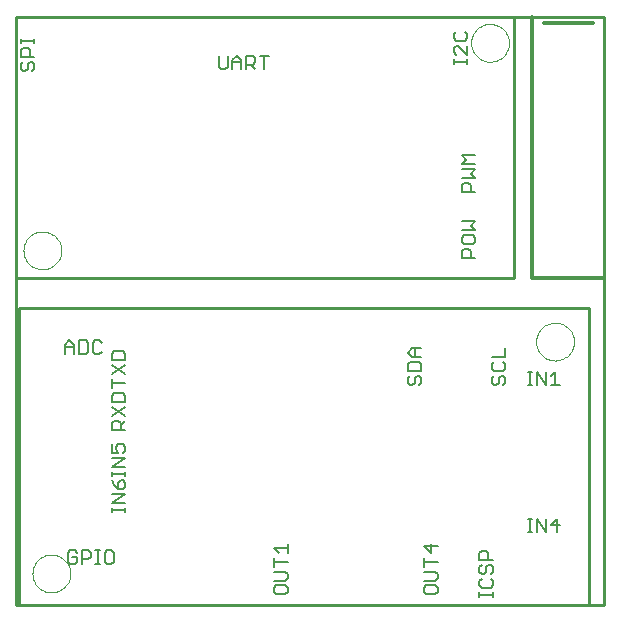
<source format=gto>
G75*
G70*
%OFA0B0*%
%FSLAX24Y24*%
%IPPOS*%
%LPD*%
%AMOC8*
5,1,8,0,0,1.08239X$1,22.5*
%
%ADD10C,0.0000*%
%ADD11C,0.0100*%
%ADD12C,0.0120*%
%ADD13C,0.0050*%
D10*
X000873Y001262D02*
X000875Y001312D01*
X000881Y001362D01*
X000891Y001411D01*
X000905Y001459D01*
X000922Y001506D01*
X000943Y001551D01*
X000968Y001595D01*
X000996Y001636D01*
X001028Y001675D01*
X001062Y001712D01*
X001099Y001746D01*
X001139Y001776D01*
X001181Y001803D01*
X001225Y001827D01*
X001271Y001848D01*
X001318Y001864D01*
X001366Y001877D01*
X001416Y001886D01*
X001465Y001891D01*
X001516Y001892D01*
X001566Y001889D01*
X001615Y001882D01*
X001664Y001871D01*
X001712Y001856D01*
X001758Y001838D01*
X001803Y001816D01*
X001846Y001790D01*
X001887Y001761D01*
X001926Y001729D01*
X001962Y001694D01*
X001994Y001656D01*
X002024Y001616D01*
X002051Y001573D01*
X002074Y001529D01*
X002093Y001483D01*
X002109Y001435D01*
X002121Y001386D01*
X002129Y001337D01*
X002133Y001287D01*
X002133Y001237D01*
X002129Y001187D01*
X002121Y001138D01*
X002109Y001089D01*
X002093Y001041D01*
X002074Y000995D01*
X002051Y000951D01*
X002024Y000908D01*
X001994Y000868D01*
X001962Y000830D01*
X001926Y000795D01*
X001887Y000763D01*
X001846Y000734D01*
X001803Y000708D01*
X001758Y000686D01*
X001712Y000668D01*
X001664Y000653D01*
X001615Y000642D01*
X001566Y000635D01*
X001516Y000632D01*
X001465Y000633D01*
X001416Y000638D01*
X001366Y000647D01*
X001318Y000660D01*
X001271Y000676D01*
X001225Y000697D01*
X001181Y000721D01*
X001139Y000748D01*
X001099Y000778D01*
X001062Y000812D01*
X001028Y000849D01*
X000996Y000888D01*
X000968Y000929D01*
X000943Y000973D01*
X000922Y001018D01*
X000905Y001065D01*
X000891Y001113D01*
X000881Y001162D01*
X000875Y001212D01*
X000873Y001262D01*
X017663Y008992D02*
X017665Y009042D01*
X017671Y009092D01*
X017681Y009141D01*
X017695Y009189D01*
X017712Y009236D01*
X017733Y009281D01*
X017758Y009325D01*
X017786Y009366D01*
X017818Y009405D01*
X017852Y009442D01*
X017889Y009476D01*
X017929Y009506D01*
X017971Y009533D01*
X018015Y009557D01*
X018061Y009578D01*
X018108Y009594D01*
X018156Y009607D01*
X018206Y009616D01*
X018255Y009621D01*
X018306Y009622D01*
X018356Y009619D01*
X018405Y009612D01*
X018454Y009601D01*
X018502Y009586D01*
X018548Y009568D01*
X018593Y009546D01*
X018636Y009520D01*
X018677Y009491D01*
X018716Y009459D01*
X018752Y009424D01*
X018784Y009386D01*
X018814Y009346D01*
X018841Y009303D01*
X018864Y009259D01*
X018883Y009213D01*
X018899Y009165D01*
X018911Y009116D01*
X018919Y009067D01*
X018923Y009017D01*
X018923Y008967D01*
X018919Y008917D01*
X018911Y008868D01*
X018899Y008819D01*
X018883Y008771D01*
X018864Y008725D01*
X018841Y008681D01*
X018814Y008638D01*
X018784Y008598D01*
X018752Y008560D01*
X018716Y008525D01*
X018677Y008493D01*
X018636Y008464D01*
X018593Y008438D01*
X018548Y008416D01*
X018502Y008398D01*
X018454Y008383D01*
X018405Y008372D01*
X018356Y008365D01*
X018306Y008362D01*
X018255Y008363D01*
X018206Y008368D01*
X018156Y008377D01*
X018108Y008390D01*
X018061Y008406D01*
X018015Y008427D01*
X017971Y008451D01*
X017929Y008478D01*
X017889Y008508D01*
X017852Y008542D01*
X017818Y008579D01*
X017786Y008618D01*
X017758Y008659D01*
X017733Y008703D01*
X017712Y008748D01*
X017695Y008795D01*
X017681Y008843D01*
X017671Y008892D01*
X017665Y008942D01*
X017663Y008992D01*
X000573Y012032D02*
X000575Y012082D01*
X000581Y012132D01*
X000591Y012181D01*
X000605Y012229D01*
X000622Y012276D01*
X000643Y012321D01*
X000668Y012365D01*
X000696Y012406D01*
X000728Y012445D01*
X000762Y012482D01*
X000799Y012516D01*
X000839Y012546D01*
X000881Y012573D01*
X000925Y012597D01*
X000971Y012618D01*
X001018Y012634D01*
X001066Y012647D01*
X001116Y012656D01*
X001165Y012661D01*
X001216Y012662D01*
X001266Y012659D01*
X001315Y012652D01*
X001364Y012641D01*
X001412Y012626D01*
X001458Y012608D01*
X001503Y012586D01*
X001546Y012560D01*
X001587Y012531D01*
X001626Y012499D01*
X001662Y012464D01*
X001694Y012426D01*
X001724Y012386D01*
X001751Y012343D01*
X001774Y012299D01*
X001793Y012253D01*
X001809Y012205D01*
X001821Y012156D01*
X001829Y012107D01*
X001833Y012057D01*
X001833Y012007D01*
X001829Y011957D01*
X001821Y011908D01*
X001809Y011859D01*
X001793Y011811D01*
X001774Y011765D01*
X001751Y011721D01*
X001724Y011678D01*
X001694Y011638D01*
X001662Y011600D01*
X001626Y011565D01*
X001587Y011533D01*
X001546Y011504D01*
X001503Y011478D01*
X001458Y011456D01*
X001412Y011438D01*
X001364Y011423D01*
X001315Y011412D01*
X001266Y011405D01*
X001216Y011402D01*
X001165Y011403D01*
X001116Y011408D01*
X001066Y011417D01*
X001018Y011430D01*
X000971Y011446D01*
X000925Y011467D01*
X000881Y011491D01*
X000839Y011518D01*
X000799Y011548D01*
X000762Y011582D01*
X000728Y011619D01*
X000696Y011658D01*
X000668Y011699D01*
X000643Y011743D01*
X000622Y011788D01*
X000605Y011835D01*
X000591Y011883D01*
X000581Y011932D01*
X000575Y011982D01*
X000573Y012032D01*
X015493Y018952D02*
X015495Y019002D01*
X015501Y019052D01*
X015511Y019101D01*
X015525Y019149D01*
X015542Y019196D01*
X015563Y019241D01*
X015588Y019285D01*
X015616Y019326D01*
X015648Y019365D01*
X015682Y019402D01*
X015719Y019436D01*
X015759Y019466D01*
X015801Y019493D01*
X015845Y019517D01*
X015891Y019538D01*
X015938Y019554D01*
X015986Y019567D01*
X016036Y019576D01*
X016085Y019581D01*
X016136Y019582D01*
X016186Y019579D01*
X016235Y019572D01*
X016284Y019561D01*
X016332Y019546D01*
X016378Y019528D01*
X016423Y019506D01*
X016466Y019480D01*
X016507Y019451D01*
X016546Y019419D01*
X016582Y019384D01*
X016614Y019346D01*
X016644Y019306D01*
X016671Y019263D01*
X016694Y019219D01*
X016713Y019173D01*
X016729Y019125D01*
X016741Y019076D01*
X016749Y019027D01*
X016753Y018977D01*
X016753Y018927D01*
X016749Y018877D01*
X016741Y018828D01*
X016729Y018779D01*
X016713Y018731D01*
X016694Y018685D01*
X016671Y018641D01*
X016644Y018598D01*
X016614Y018558D01*
X016582Y018520D01*
X016546Y018485D01*
X016507Y018453D01*
X016466Y018424D01*
X016423Y018398D01*
X016378Y018376D01*
X016332Y018358D01*
X016284Y018343D01*
X016235Y018332D01*
X016186Y018325D01*
X016136Y018322D01*
X016085Y018323D01*
X016036Y018328D01*
X015986Y018337D01*
X015938Y018350D01*
X015891Y018366D01*
X015845Y018387D01*
X015801Y018411D01*
X015759Y018438D01*
X015719Y018468D01*
X015682Y018502D01*
X015648Y018539D01*
X015616Y018578D01*
X015588Y018619D01*
X015563Y018663D01*
X015542Y018708D01*
X015525Y018755D01*
X015511Y018803D01*
X015501Y018852D01*
X015495Y018902D01*
X015493Y018952D01*
D11*
X000333Y019822D02*
X000333Y000222D01*
X019933Y000222D01*
X019933Y011122D01*
X017533Y011122D01*
X017533Y019822D01*
X019933Y019822D01*
X019933Y011122D01*
X019933Y019822D01*
X017533Y019822D01*
X000333Y019822D01*
X000333Y011122D01*
X016933Y011122D01*
X016933Y019822D01*
X000333Y019822D01*
X000433Y010122D02*
X000433Y000222D01*
X019433Y000222D01*
X019433Y010122D01*
X000433Y010122D01*
D12*
X017533Y011122D02*
X017533Y019822D01*
X017913Y019612D02*
X017953Y019612D01*
X019483Y019612D01*
X019523Y019612D01*
X019563Y019612D02*
X019483Y019612D01*
X019563Y019612D01*
X019933Y011122D02*
X017533Y011122D01*
D13*
X015626Y011777D02*
X015175Y011777D01*
X015175Y012002D01*
X015250Y012077D01*
X015400Y012077D01*
X015475Y012002D01*
X015475Y011777D01*
X015551Y012237D02*
X015250Y012237D01*
X015175Y012312D01*
X015175Y012462D01*
X015250Y012537D01*
X015551Y012537D01*
X015626Y012462D01*
X015626Y012312D01*
X015551Y012237D01*
X015626Y012697D02*
X015175Y012697D01*
X015175Y012998D02*
X015626Y012998D01*
X015475Y012848D01*
X015626Y012697D01*
X015628Y013977D02*
X015177Y013977D01*
X015177Y014202D01*
X015252Y014277D01*
X015402Y014277D01*
X015477Y014202D01*
X015477Y013977D01*
X015628Y014437D02*
X015177Y014437D01*
X015477Y014587D02*
X015628Y014737D01*
X015177Y014737D01*
X015177Y014897D02*
X015327Y015048D01*
X015177Y015198D01*
X015628Y015198D01*
X015628Y014897D02*
X015177Y014897D01*
X015477Y014587D02*
X015628Y014437D01*
X008606Y018072D02*
X008606Y018522D01*
X008456Y018522D02*
X008756Y018522D01*
X008296Y018447D02*
X008296Y018297D01*
X008220Y018222D01*
X007995Y018222D01*
X007995Y018072D02*
X007995Y018522D01*
X008220Y018522D01*
X008296Y018447D01*
X008145Y018222D02*
X008296Y018072D01*
X007835Y018072D02*
X007835Y018372D01*
X007685Y018522D01*
X007535Y018372D01*
X007535Y018072D01*
X007375Y018147D02*
X007375Y018522D01*
X007535Y018297D02*
X007835Y018297D01*
X007375Y018147D02*
X007300Y018072D01*
X007150Y018072D01*
X007075Y018147D01*
X007075Y018522D01*
X000937Y018473D02*
X000486Y018473D01*
X000486Y018698D01*
X000561Y018773D01*
X000711Y018773D01*
X000786Y018698D01*
X000786Y018473D01*
X000786Y018313D02*
X000862Y018313D01*
X000937Y018238D01*
X000937Y018088D01*
X000862Y018013D01*
X000711Y018088D02*
X000711Y018238D01*
X000786Y018313D01*
X000561Y018313D02*
X000486Y018238D01*
X000486Y018088D01*
X000561Y018013D01*
X000636Y018013D01*
X000711Y018088D01*
X000486Y018933D02*
X000486Y019084D01*
X000486Y019008D02*
X000937Y019008D01*
X000937Y018933D02*
X000937Y019084D01*
X014921Y019096D02*
X014996Y019021D01*
X015297Y019021D01*
X015372Y019096D01*
X015372Y019246D01*
X015297Y019321D01*
X014996Y019321D02*
X014921Y019246D01*
X014921Y019096D01*
X014996Y018861D02*
X014921Y018786D01*
X014921Y018636D01*
X014996Y018561D01*
X014921Y018404D02*
X014921Y018254D01*
X014921Y018329D02*
X015372Y018329D01*
X015372Y018254D02*
X015372Y018404D01*
X015372Y018561D02*
X015071Y018861D01*
X014996Y018861D01*
X015372Y018861D02*
X015372Y018561D01*
X003177Y008962D02*
X003102Y009037D01*
X002952Y009037D01*
X002877Y008962D01*
X002877Y008662D01*
X002952Y008587D01*
X003102Y008587D01*
X003177Y008662D01*
X003510Y008591D02*
X003510Y008366D01*
X003961Y008366D01*
X003961Y008591D01*
X003886Y008667D01*
X003586Y008667D01*
X003510Y008591D01*
X003510Y008206D02*
X003961Y007906D01*
X003961Y008206D02*
X003510Y007906D01*
X003510Y007746D02*
X003510Y007446D01*
X003510Y007596D02*
X003961Y007596D01*
X003889Y007267D02*
X003589Y007267D01*
X003514Y007191D01*
X003514Y006966D01*
X003964Y006966D01*
X003964Y007191D01*
X003889Y007267D01*
X003964Y006806D02*
X003514Y006506D01*
X003589Y006346D02*
X003739Y006346D01*
X003814Y006271D01*
X003814Y006046D01*
X003814Y006196D02*
X003964Y006346D01*
X003964Y006506D02*
X003514Y006806D01*
X003589Y006346D02*
X003514Y006271D01*
X003514Y006046D01*
X003964Y006046D01*
X003886Y005567D02*
X003961Y005491D01*
X003961Y005341D01*
X003886Y005266D01*
X003736Y005266D02*
X003661Y005416D01*
X003661Y005491D01*
X003736Y005567D01*
X003886Y005567D01*
X003736Y005266D02*
X003511Y005266D01*
X003511Y005567D01*
X003511Y005106D02*
X003961Y005106D01*
X003511Y004806D01*
X003961Y004806D01*
X003961Y004649D02*
X003961Y004499D01*
X003961Y004574D02*
X003511Y004574D01*
X003511Y004499D02*
X003511Y004649D01*
X003514Y004367D02*
X003589Y004216D01*
X003739Y004066D01*
X003739Y004291D01*
X003814Y004367D01*
X003889Y004367D01*
X003964Y004291D01*
X003964Y004141D01*
X003889Y004066D01*
X003739Y004066D01*
X003964Y003906D02*
X003514Y003906D01*
X003514Y003606D02*
X003964Y003906D01*
X003964Y003606D02*
X003514Y003606D01*
X003514Y003449D02*
X003514Y003299D01*
X003514Y003374D02*
X003964Y003374D01*
X003964Y003299D02*
X003964Y003449D01*
X003502Y002037D02*
X003352Y002037D01*
X003277Y001962D01*
X003277Y001662D01*
X003352Y001587D01*
X003502Y001587D01*
X003577Y001662D01*
X003577Y001962D01*
X003502Y002037D01*
X003120Y002037D02*
X002970Y002037D01*
X003045Y002037D02*
X003045Y001587D01*
X002970Y001587D02*
X003120Y001587D01*
X002810Y001812D02*
X002735Y001737D01*
X002510Y001737D01*
X002510Y001587D02*
X002510Y002037D01*
X002735Y002037D01*
X002810Y001962D01*
X002810Y001812D01*
X002350Y001812D02*
X002350Y001662D01*
X002275Y001587D01*
X002125Y001587D01*
X002050Y001662D01*
X002050Y001962D01*
X002125Y002037D01*
X002275Y002037D01*
X002350Y001962D01*
X002350Y001812D02*
X002200Y001812D01*
X008927Y001786D02*
X008927Y001486D01*
X008927Y001636D02*
X009378Y001636D01*
X009378Y001946D02*
X009378Y002246D01*
X009378Y002096D02*
X008927Y002096D01*
X009077Y001946D01*
X008927Y001326D02*
X009303Y001326D01*
X009378Y001251D01*
X009378Y001101D01*
X009303Y001026D01*
X008927Y001026D01*
X009002Y000865D02*
X008927Y000790D01*
X008927Y000640D01*
X009002Y000565D01*
X009303Y000565D01*
X009378Y000640D01*
X009378Y000790D01*
X009303Y000865D01*
X009002Y000865D01*
X013927Y000790D02*
X014002Y000865D01*
X014303Y000865D01*
X014378Y000790D01*
X014378Y000640D01*
X014303Y000565D01*
X014002Y000565D01*
X013927Y000640D01*
X013927Y000790D01*
X013927Y001026D02*
X014303Y001026D01*
X014378Y001101D01*
X014378Y001251D01*
X014303Y001326D01*
X013927Y001326D01*
X013927Y001486D02*
X013927Y001786D01*
X013927Y001636D02*
X014378Y001636D01*
X014152Y001946D02*
X014152Y002246D01*
X013927Y002171D02*
X014152Y001946D01*
X014378Y002171D02*
X013927Y002171D01*
X015767Y001936D02*
X015767Y001711D01*
X016218Y001711D01*
X016067Y001711D02*
X016067Y001936D01*
X015992Y002011D01*
X015842Y002011D01*
X015767Y001936D01*
X015842Y001551D02*
X015767Y001476D01*
X015767Y001326D01*
X015842Y001251D01*
X015917Y001251D01*
X015992Y001326D01*
X015992Y001476D01*
X016067Y001551D01*
X016143Y001551D01*
X016218Y001476D01*
X016218Y001326D01*
X016143Y001251D01*
X016143Y001091D02*
X016218Y001016D01*
X016218Y000866D01*
X016143Y000791D01*
X015842Y000791D01*
X015767Y000866D01*
X015767Y001016D01*
X015842Y001091D01*
X015767Y000634D02*
X015767Y000484D01*
X015767Y000559D02*
X016218Y000559D01*
X016218Y000484D02*
X016218Y000634D01*
X017378Y002643D02*
X017528Y002643D01*
X017453Y002643D02*
X017453Y003094D01*
X017378Y003094D02*
X017528Y003094D01*
X017684Y003094D02*
X017985Y002643D01*
X017985Y003094D01*
X018145Y002869D02*
X018445Y002869D01*
X018370Y003094D02*
X018370Y002643D01*
X018145Y002869D02*
X018370Y003094D01*
X017684Y003094D02*
X017684Y002643D01*
X017684Y007540D02*
X017684Y007990D01*
X017985Y007540D01*
X017985Y007990D01*
X018145Y007840D02*
X018295Y007990D01*
X018295Y007540D01*
X018145Y007540D02*
X018445Y007540D01*
X017528Y007540D02*
X017378Y007540D01*
X017453Y007540D02*
X017453Y007990D01*
X017378Y007990D02*
X017528Y007990D01*
X016638Y008082D02*
X016563Y008007D01*
X016262Y008007D01*
X016187Y008082D01*
X016187Y008232D01*
X016262Y008307D01*
X016187Y008467D02*
X016638Y008467D01*
X016638Y008768D01*
X016563Y008307D02*
X016638Y008232D01*
X016638Y008082D01*
X016563Y007847D02*
X016638Y007772D01*
X016638Y007622D01*
X016563Y007547D01*
X016412Y007622D02*
X016412Y007772D01*
X016487Y007847D01*
X016563Y007847D01*
X016262Y007847D02*
X016187Y007772D01*
X016187Y007622D01*
X016262Y007547D01*
X016337Y007547D01*
X016412Y007622D01*
X013838Y007622D02*
X013763Y007547D01*
X013838Y007622D02*
X013838Y007772D01*
X013763Y007847D01*
X013687Y007847D01*
X013612Y007772D01*
X013612Y007622D01*
X013537Y007547D01*
X013462Y007547D01*
X013387Y007622D01*
X013387Y007772D01*
X013462Y007847D01*
X013387Y008007D02*
X013387Y008232D01*
X013462Y008307D01*
X013763Y008307D01*
X013838Y008232D01*
X013838Y008007D01*
X013387Y008007D01*
X013537Y008467D02*
X013387Y008618D01*
X013537Y008768D01*
X013838Y008768D01*
X013612Y008768D02*
X013612Y008467D01*
X013537Y008467D02*
X013838Y008467D01*
X002717Y008662D02*
X002642Y008587D01*
X002416Y008587D01*
X002416Y009037D01*
X002642Y009037D01*
X002717Y008962D01*
X002717Y008662D01*
X002256Y008587D02*
X002256Y008887D01*
X002106Y009037D01*
X001956Y008887D01*
X001956Y008587D01*
X001956Y008812D02*
X002256Y008812D01*
M02*

</source>
